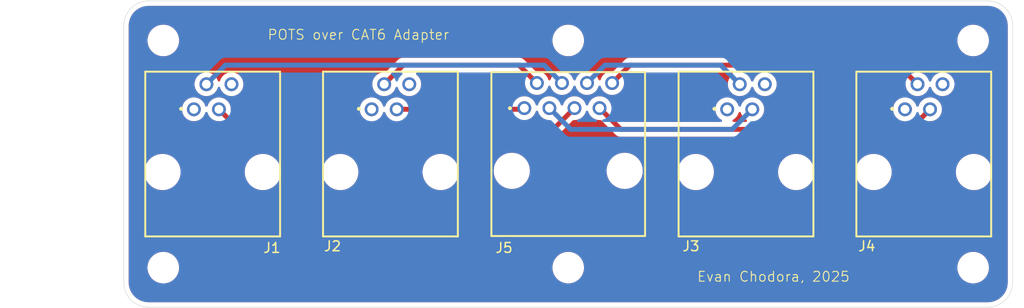
<source format=kicad_pcb>
(kicad_pcb (version 20241229) (generator "pcbnew") (generator_version "9.0")
  (layers (0 "F.Cu" signal) (2 "B.Cu" signal) (13 "F.Paste" user) (15 "B.Paste" user) (5 "F.SilkS" user "F.Silkscreen") (7 "B.SilkS" user "B.Silkscreen") (1 "F.Mask" user) (3 "B.Mask" user) (25 "Edge.Cuts" user))
  (net 0 "")
  (net 2 "/WB")
  (net 3 "/B")
  (net 5 "/O")
  (net 7 "/WO")
  (net 9 "/G")
  (net 10 "/WG")
  (net 15 "/Br")
  (net 16 "/WBr")
  (footprint "MountingHole:MountingHole_2.7mm_M2.5_ISO7380" (layer "F.Cu") (at 115 127)
    (property "Reference" "H2")
    (property "Value" "MountingHole")
    (pad "" np_thru_hole circle (at 0 0) (size 2.7 2.7) (drill 2.7) (layers "*.Cu" "*.Mask"))
  )
  (footprint "615004144121:615004144121" (layer "F.Cu") (at 192 115.5 180)
    (property "Reference" "J4" (at 5.765 -9.335 0) (layer "F.SilkS"))
    (property "Value" "615004144121")
    (fp_line (start 6.825 8.34) (end -6.825 8.34) (stroke (width 0.2)) (layer "F.SilkS"))
    (fp_line (start 6.825 -8.34) (end 6.825 8.34) (stroke (width 0.2)) (layer "F.SilkS"))
    (fp_line (start -6.825 8.34) (end -6.825 -8.34) (stroke (width 0.2)) (layer "F.SilkS"))
    (fp_line (start -6.825 -8.34) (end 6.825 -8.34) (stroke (width 0.2)) (layer "F.SilkS"))
    (fp_circle (center 3.2 4.58) (end 3.3 4.58) (stroke (width 0.2)) (fill no) (layer "F.SilkS"))
    (pad "" np_thru_hole circle (at -5.08 -1.82 180) (size 3.17 3.17) (drill 3.17) (layers "*.Cu" "*.Mask"))
    (pad "" np_thru_hole circle (at 5.08 -1.82 180) (size 3.17 3.17) (drill 3.17) (layers "*.Cu" "*.Mask"))
    (pad "1" thru_hole circle (at 1.905 4.53 180) (size 1.408 1.408) (drill 0.9) (layers "*.Cu" "*.Mask"))
    (pad "2" thru_hole circle (at 0.635 7.07 180) (size 1.408 1.408) (drill 0.9) (layers "*.Cu" "*.Mask") (net 15 "/Br"))
    (pad "3" thru_hole circle (at -0.635 4.53 180) (size 1.408 1.408) (drill 0.9) (layers "*.Cu" "*.Mask") (net 16 "/WBr"))
    (pad "4" thru_hole circle (at -1.905 7.07 180) (size 1.408 1.408) (drill 0.9) (layers "*.Cu" "*.Mask"))
  )
  (footprint "MountingHole:MountingHole_2.7mm_M2.5_ISO7380" (layer "F.Cu") (at 197 104)
    (property "Reference" "H5")
    (property "Value" "MountingHole")
    (pad "" np_thru_hole circle (at 0 0) (size 2.7 2.7) (drill 2.7) (layers "*.Cu" "*.Mask"))
  )
  (footprint "MountingHole:MountingHole_2.7mm_M2.5_ISO7380" (layer "F.Cu") (at 156 127)
    (property "Reference" "H4")
    (property "Value" "MountingHole")
    (pad "" np_thru_hole circle (at 0 0) (size 2.7 2.7) (drill 2.7) (layers "*.Cu" "*.Mask"))
  )
  (footprint "MountingHole:MountingHole_2.7mm_M2.5_ISO7380" (layer "F.Cu") (at 197 127)
    (property "Reference" "H6")
    (property "Value" "MountingHole")
    (pad "" np_thru_hole circle (at 0 0) (size 2.7 2.7) (drill 2.7) (layers "*.Cu" "*.Mask"))
  )
  (footprint "MountingHole:MountingHole_2.7mm_M2.5_ISO7380" (layer "F.Cu") (at 156 104)
    (property "Reference" "H3")
    (property "Value" "MountingHole")
    (pad "" np_thru_hole circle (at 0 0) (size 2.7 2.7) (drill 2.7) (layers "*.Cu" "*.Mask"))
  )
  (footprint "615008144221:615008144221" (layer "F.Cu") (at 156 115.5 180)
    (property "Reference" "J5" (at 6.5 -9.5 0) (layer "F.SilkS"))
    (property "Value" "615008144221")
    (fp_line (start 7.78 8.3) (end -7.78 8.3) (stroke (width 0.2)) (layer "F.SilkS"))
    (fp_line (start 7.78 -8.3) (end 7.78 8.3) (stroke (width 0.2)) (layer "F.SilkS"))
    (fp_line (start -7.78 8.3) (end -7.78 -8.3) (stroke (width 0.2)) (layer "F.SilkS"))
    (fp_line (start -7.78 -8.3) (end 7.78 -8.3) (stroke (width 0.2)) (layer "F.SilkS"))
    (fp_circle (center 5.9 4.64) (end 6 4.64) (stroke (width 0.2)) (fill no) (layer "F.SilkS"))
    (pad "" np_thru_hole circle (at -5.715 -1.7 180) (size 3.17 3.17) (drill 3.17) (layers "*.Cu" "*.Mask"))
    (pad "" np_thru_hole circle (at 5.715 -1.7 180) (size 3.17 3.17) (drill 3.17) (layers "*.Cu" "*.Mask"))
    (pad "1" thru_hole circle (at 4.445 4.65 180) (size 1.408 1.408) (drill 0.9) (layers "*.Cu" "*.Mask") (net 7 "/WO"))
    (pad "2" thru_hole circle (at 3.175 7.19 180) (size 1.408 1.408) (drill 0.9) (layers "*.Cu" "*.Mask") (net 5 "/O"))
    (pad "3" thru_hole circle (at 1.905 4.65 180) (size 1.408 1.408) (drill 0.9) (layers "*.Cu" "*.Mask") (net 10 "/WG"))
    (pad "4" thru_hole circle (at 0.635 7.19 180) (size 1.408 1.408) (drill 0.9) (layers "*.Cu" "*.Mask") (net 3 "/B"))
    (pad "5" thru_hole circle (at -0.635 4.65 180) (size 1.408 1.408) (drill 0.9) (layers "*.Cu" "*.Mask") (net 2 "/WB"))
    (pad "6" thru_hole circle (at -1.905 7.19 180) (size 1.408 1.408) (drill 0.9) (layers "*.Cu" "*.Mask") (net 9 "/G"))
    (pad "7" thru_hole circle (at -3.175 4.65 180) (size 1.408 1.408) (drill 0.9) (layers "*.Cu" "*.Mask") (net 16 "/WBr"))
    (pad "8" thru_hole circle (at -4.445 7.19 180) (size 1.408 1.408) (drill 0.9) (layers "*.Cu" "*.Mask") (net 15 "/Br"))
  )
  (footprint "615004144121:615004144121" (layer "F.Cu") (at 138 115.5 180)
    (property "Reference" "J2" (at 5.865 -9.335 0) (layer "F.SilkS"))
    (property "Value" "615004144121")
    (fp_line (start 6.825 8.34) (end -6.825 8.34) (stroke (width 0.2)) (layer "F.SilkS"))
    (fp_line (start 6.825 -8.34) (end 6.825 8.34) (stroke (width 0.2)) (layer "F.SilkS"))
    (fp_line (start -6.825 8.34) (end -6.825 -8.34) (stroke (width 0.2)) (layer "F.SilkS"))
    (fp_line (start -6.825 -8.34) (end 6.825 -8.34) (stroke (width 0.2)) (layer "F.SilkS"))
    (fp_circle (center 3.2 4.58) (end 3.3 4.58) (stroke (width 0.2)) (fill no) (layer "F.SilkS"))
    (pad "" np_thru_hole circle (at -5.08 -1.82 180) (size 3.17 3.17) (drill 3.17) (layers "*.Cu" "*.Mask"))
    (pad "" np_thru_hole circle (at 5.08 -1.82 180) (size 3.17 3.17) (drill 3.17) (layers "*.Cu" "*.Mask"))
    (pad "1" thru_hole circle (at 1.905 4.53 180) (size 1.408 1.408) (drill 0.9) (layers "*.Cu" "*.Mask"))
    (pad "2" thru_hole circle (at 0.635 7.07 180) (size 1.408 1.408) (drill 0.9) (layers "*.Cu" "*.Mask") (net 5 "/O"))
    (pad "3" thru_hole circle (at -0.635 4.53 180) (size 1.408 1.408) (drill 0.9) (layers "*.Cu" "*.Mask") (net 7 "/WO"))
    (pad "4" thru_hole circle (at -1.905 7.07 180) (size 1.408 1.408) (drill 0.9) (layers "*.Cu" "*.Mask"))
  )
  (footprint "615004144121:615004144121" (layer "F.Cu") (at 120 115.5 180)
    (property "Reference" "J1" (at -6 -9.5 0) (layer "F.SilkS"))
    (property "Value" "615004144121")
    (fp_line (start 6.825 8.34) (end -6.825 8.34) (stroke (width 0.2)) (layer "F.SilkS"))
    (fp_line (start 6.825 -8.34) (end 6.825 8.34) (stroke (width 0.2)) (layer "F.SilkS"))
    (fp_line (start -6.825 8.34) (end -6.825 -8.34) (stroke (width 0.2)) (layer "F.SilkS"))
    (fp_line (start -6.825 -8.34) (end 6.825 -8.34) (stroke (width 0.2)) (layer "F.SilkS"))
    (fp_circle (center 3.2 4.58) (end 3.3 4.58) (stroke (width 0.2)) (fill no) (layer "F.SilkS"))
    (pad "" np_thru_hole circle (at -5.08 -1.82 180) (size 3.17 3.17) (drill 3.17) (layers "*.Cu" "*.Mask"))
    (pad "" np_thru_hole circle (at 5.08 -1.82 180) (size 3.17 3.17) (drill 3.17) (layers "*.Cu" "*.Mask"))
    (pad "1" thru_hole circle (at 1.905 4.53 180) (size 1.408 1.408) (drill 0.9) (layers "*.Cu" "*.Mask"))
    (pad "2" thru_hole circle (at 0.635 7.07 180) (size 1.408 1.408) (drill 0.9) (layers "*.Cu" "*.Mask") (net 3 "/B"))
    (pad "3" thru_hole circle (at -0.635 4.53 180) (size 1.408 1.408) (drill 0.9) (layers "*.Cu" "*.Mask") (net 2 "/WB"))
    (pad "4" thru_hole circle (at -1.905 7.07 180) (size 1.408 1.408) (drill 0.9) (layers "*.Cu" "*.Mask"))
  )
  (footprint "MountingHole:MountingHole_2.7mm_M2.5_ISO7380" (layer "F.Cu") (at 115 104)
    (property "Reference" "H1")
    (property "Value" "MountingHole")
    (pad "" np_thru_hole circle (at 0 0) (size 2.7 2.7) (drill 2.7) (layers "*.Cu" "*.Mask"))
  )
  (footprint "615004144121:615004144121" (layer "F.Cu") (at 174 115.5 180)
    (property "Reference" "J3" (at 5.565 -9.335 0) (layer "F.SilkS"))
    (property "Value" "615004144121")
    (fp_line (start 6.825 8.34) (end -6.825 8.34) (stroke (width 0.2)) (layer "F.SilkS"))
    (fp_line (start 6.825 -8.34) (end 6.825 8.34) (stroke (width 0.2)) (layer "F.SilkS"))
    (fp_line (start -6.825 8.34) (end -6.825 -8.34) (stroke (width 0.2)) (layer "F.SilkS"))
    (fp_line (start -6.825 -8.34) (end 6.825 -8.34) (stroke (width 0.2)) (layer "F.SilkS"))
    (fp_circle (center 3.2 4.58) (end 3.3 4.58) (stroke (width 0.2)) (fill no) (layer "F.SilkS"))
    (pad "" np_thru_hole circle (at -5.08 -1.82 180) (size 3.17 3.17) (drill 3.17) (layers "*.Cu" "*.Mask"))
    (pad "" np_thru_hole circle (at 5.08 -1.82 180) (size 3.17 3.17) (drill 3.17) (layers "*.Cu" "*.Mask"))
    (pad "1" thru_hole circle (at 1.905 4.53 180) (size 1.408 1.408) (drill 0.9) (layers "*.Cu" "*.Mask"))
    (pad "2" thru_hole circle (at 0.635 7.07 180) (size 1.408 1.408) (drill 0.9) (layers "*.Cu" "*.Mask") (net 9 "/G"))
    (pad "3" thru_hole circle (at -0.635 4.53 180) (size 1.408 1.408) (drill 0.9) (layers "*.Cu" "*.Mask") (net 10 "/WG"))
    (pad "4" thru_hole circle (at -1.905 7.07 180) (size 1.408 1.408) (drill 0.9) (layers "*.Cu" "*.Mask"))
  )
  (gr_line (start 113.5 100) (end 198.5 100) (stroke (width 0.05)) (layer "Edge.Cuts"))
  (gr_line (start 198.5 131) (end 113.5 131) (stroke (width 0.05)) (layer "Edge.Cuts"))
  (gr_line (start 201 102.5) (end 201 128.5) (stroke (width 0.05)) (layer "Edge.Cuts"))
  (gr_arc (start 201 128.5) (mid 200.267767 130.267767) (end 198.5 131) (stroke (width 0.05)) (layer "Edge.Cuts"))
  (gr_arc (start 198.5 100) (mid 200.267767 100.732233) (end 201 102.5) (stroke (width 0.05)) (layer "Edge.Cuts"))
  (gr_arc (start 113.5 131) (mid 111.732233 130.267767) (end 111 128.5) (stroke (width 0.05)) (layer "Edge.Cuts"))
  (gr_arc (start 111 102.5) (mid 111.732233 100.732233) (end 113.5 100) (stroke (width 0.05)) (layer "Edge.Cuts"))
  (gr_line (start 111 128.5) (end 111 102.5) (stroke (width 0.05)) (layer "Edge.Cuts"))
  (gr_text "Evan Chodora, 2025" (at 169 128.5 0) (layer "F.SilkS") (effects (font (size 1 1) (thickness 0.1)) (justify left bottom)))
  (gr_text "POTS over CAT6 Adapter" (at 125.5 104 0) (layer "F.SilkS") (effects (font (size 1 1) (thickness 0.1)) (justify left bottom)))
  (segment (start 122.665 113) (end 120.635 110.97) (width 0.5) (layer "F.Cu") (net 2))
  (segment (start 154.485 113) (end 122.665 113) (width 0.5) (layer "F.Cu") (net 2))
  (segment (start 156.635 110.85) (end 154.485 113) (width 0.5) (layer "F.Cu") (net 2))
  (segment (start 155.365 108.31) (end 153.555 106.5) (width 0.5) (layer "B.Cu") (net 3))
  (segment (start 153.555 106.5) (end 121.295 106.5) (width 0.5) (layer "B.Cu") (net 3))
  (segment (start 121.295 106.5) (end 119.365 108.43) (width 0.5) (layer "B.Cu") (net 3))
  (segment (start 139.295 106.5) (end 151.015 106.5) (width 0.5) (layer "F.Cu") (net 5))
  (segment (start 151.015 106.5) (end 152.825 108.31) (width 0.5) (layer "F.Cu") (net 5))
  (segment (start 137.365 108.43) (end 139.295 106.5) (width 0.5) (layer "F.Cu") (net 5))
  (segment (start 138.635 110.97) (end 151.435 110.97) (width 0.5) (layer "F.Cu") (net 7))
  (segment (start 151.435 110.97) (end 151.555 110.85) (width 0.5) (layer "F.Cu") (net 7))
  (segment (start 171.5 106.5) (end 159.715 106.5) (width 0.5) (layer "B.Cu") (net 9))
  (segment (start 171.5 106.565) (end 171.5 106.5) (width 0.5) (layer "B.Cu") (net 9))
  (segment (start 159.715 106.5) (end 157.905 108.31) (width 0.5) (layer "B.Cu") (net 9))
  (segment (start 173.365 108.43) (end 171.5 106.565) (width 0.5) (layer "B.Cu") (net 9))
  (segment (start 156.245 113) (end 154.095 110.85) (width 0.5) (layer "B.Cu") (net 10))
  (segment (start 174.635 110.97) (end 172.605 113) (width 0.5) (layer "B.Cu") (net 10))
  (segment (start 172.605 113) (end 156.245 113) (width 0.5) (layer "B.Cu") (net 10))
  (segment (start 160.445 108.31) (end 162 106.755) (width 0.5) (layer "F.Cu") (net 15))
  (segment (start 162.255 106.5) (end 189.435 106.5) (width 0.5) (layer "F.Cu") (net 15))
  (segment (start 162 106.755) (end 162.255 106.5) (width 0.5) (layer "F.Cu") (net 15))
  (segment (start 189.435 106.5) (end 191.365 108.43) (width 0.5) (layer "F.Cu") (net 15))
  (segment (start 159.175 110.85) (end 161.325 113) (width 0.5) (layer "F.Cu") (net 16))
  (segment (start 161.325 113) (end 190.605 113) (width 0.5) (layer "F.Cu") (net 16))
  (segment (start 190.605 113) (end 192.635 110.97) (width 0.5) (layer "F.Cu") (net 16))
  (zone (net 0) (net_name "") (layer "F.Cu") (connect_pads (clearance 0.5)) (min_thickness 0.25) (fill yes (thermal_gap 0.5) (thermal_bridge_width 0.5) (island_removal_mode 1) (island_area_min 10))
    (polygon (pts (xy 111 100) (xy 201 100) (xy 201 131) (xy 111 131)))
  )
  (zone (net 0) (net_name "") (layer "B.Cu") (priority 1) (connect_pads (clearance 0.5)) (min_thickness 0.25) (fill yes (thermal_gap 0.5) (thermal_bridge_width 0.5) (island_removal_mode 1) (island_area_min 10))
    (polygon (pts (xy 111 100) (xy 111 131) (xy 201 131) (xy 201 100)))
  )
)
</source>
